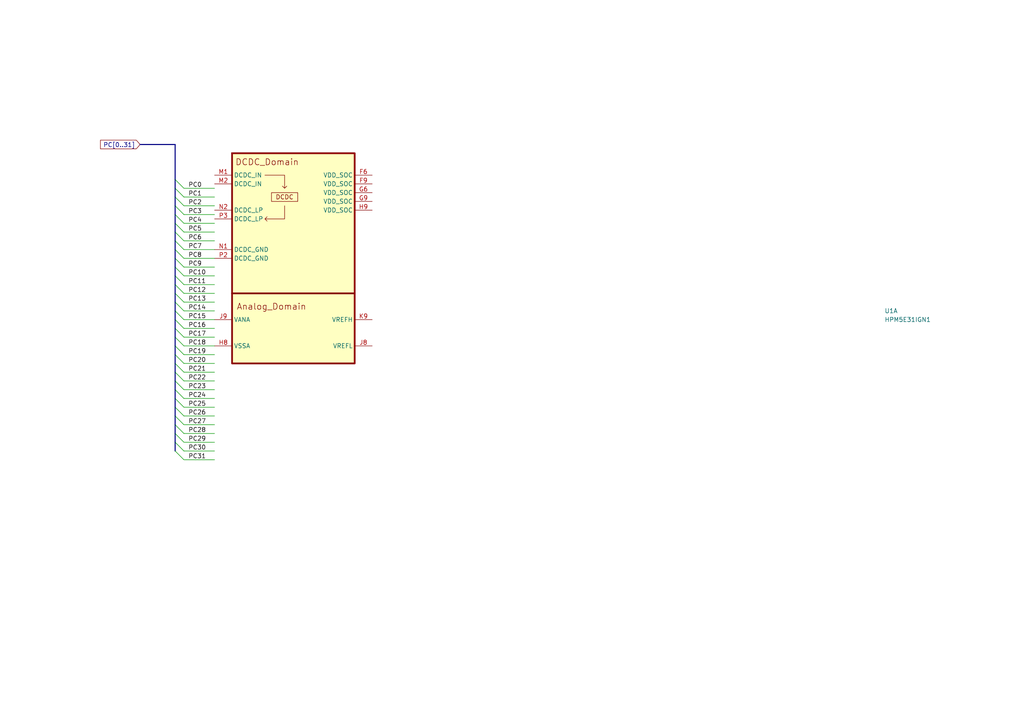
<source format=kicad_sch>
(kicad_sch (version 20250114) (generator "eeschema") (generator_version "9.0")
  (paper "A4")
  (lib_symbols
    (symbol "HPM5E00_Library:HPM5E31IGN1"
      (property "Reference" "U" (at 2.54 1.27 0))
      (property "Value" "HPM5E31IGN1" (at 12.7 1.27 0))
      (symbol "HPM5E31IGN1_1_1"
        (rectangle (start 0 0) (end 35.56 -60.96) (stroke (width 0.508)) (fill (type background)))
        (polyline (pts (xy 0 -40.64) (xy 35.56 -40.64)) (stroke (width 0.508)))
        (polyline (pts (xy 9.525 -6.35) (xy 15.24 -6.35) (xy 15.24 -10.16) (xy 14.605 -9.525) (xy 15.24 -10.16) (xy 15.875 -9.525)))
        (rectangle (start 11.43 -11.43) (end 19.05 -13.97))
        (polyline (pts (xy 15.24 -15.24) (xy 15.24 -19.05) (xy 9.525 -19.05) (xy 10.16 -18.415) (xy 9.525 -19.05) (xy 10.16 -19.685)))
        (text "DCDC_Domain" (at 10.16 -2.54 0) (effects (font (size 1.778 1.778))))
        (text "Analog_Domain" (at 11.43 -44.45 0) (effects (font (size 1.778 1.778))))
        (text "DCDC" (at 15.24 -12.7 0) (effects (font (size 1.27 1.27))))
        (pin power_in line (at -5.08 -6.35 0) (length 5.08) (name "DCDC_IN") (number "M1"))
        (pin power_in line (at -5.08 -8.89 0) (length 5.08) (name "DCDC_IN") (number "M2"))
        (pin power_in line (at -5.08 -16.51 0) (length 5.08) (name "DCDC_LP") (number "N2"))
        (pin power_in line (at -5.08 -19.05 0) (length 5.08) (name "DCDC_LP") (number "P3"))
        (pin power_in line (at -5.08 -27.94 0) (length 5.08) (name "DCDC_GND") (number "N1"))
        (pin power_in line (at -5.08 -30.48 0) (length 5.08) (name "DCDC_GND") (number "P2"))
        (pin power_in line (at -5.08 -48.26 0) (length 5.08) (name "VANA") (number "J9"))
        (pin power_in line (at -5.08 -55.88 0) (length 5.08) (name "VSSA") (number "H8"))
        (pin power_in line (at 40.64 -6.35 180) (length 5.08) (name "VDD_SOC") (number "F6"))
        (pin power_in line (at 40.64 -8.89 180) (length 5.08) (name "VDD_SOC") (number "F9"))
        (pin power_in line (at 40.64 -11.43 180) (length 5.08) (name "VDD_SOC") (number "G6"))
        (pin power_in line (at 40.64 -13.97 180) (length 5.08) (name "VDD_SOC") (number "G9"))
        (pin power_in line (at 40.64 -16.51 180) (length 5.08) (name "VDD_SOC") (number "H9"))
        (pin power_in line (at 40.64 -48.26 180) (length 5.08) (name "VREFH") (number "K9"))
        (pin power_in line (at 40.64 -55.88 180) (length 5.08) (name "VREFL") (number "J8"))
      )
      (symbol "HPM5E31IGN1_2_1"
        (rectangle (start 0 0) (end 35.56 -27.94) (stroke (width 0.508)) (fill (type background)))
        (pin power_in line (at -5.08 -5.08 0) (length 5.08) (name "VSS") (number "A1"))
        (pin power_in line (at -5.08 -7.62 0) (length 5.08) (name "VSS") (number "A14"))
        (pin power_in line (at -5.08 -10.16 0) (length 5.08) (name "VSS") (number "E5"))
        (pin power_in line (at -5.08 -12.7 0) (length 5.08) (name "VSS") (number "E10"))
        (pin power_in line (at -5.08 -15.24 0) (length 5.08) (name "VSS") (number "F7"))
        (pin power_in line (at -5.08 -17.78 0) (length 5.08) (name "VSS") (number "F8"))
        (pin power_in line (at -5.08 -20.32 0) (length 5.08) (name "VSS") (number "G7"))
        (pin power_in line (at -5.08 -22.86 0) (length 5.08) (name "VSS") (number "G8"))
        (pin power_in line (at 40.64 -5.08 180) (length 5.08) (name "VSS") (number "H7"))
        (pin power_in line (at 40.64 -7.62 180) (length 5.08) (name "VSS") (number "J7"))
        (pin power_in line (at 40.64 -10.16 180) (length 5.08) (name "VSS") (number "K5"))
        (pin power_in line (at 40.64 -12.7 180) (length 5.08) (name "VSS") (number "K10"))
        (pin power_in line (at 40.64 -15.24 180) (length 5.08) (name "VSS") (number "N3"))
        (pin power_in line (at 40.64 -17.78 180) (length 5.08) (name "VSS") (number "P1"))
        (pin power_in line (at 40.64 -20.32 180) (length 5.08) (name "VSS") (number "P14"))
      )
      (symbol "HPM5E31IGN1_3_1"
        (rectangle (start 0 0) (end 35.56 -45.72) (stroke (width 0.508)) (fill (type background)))
        (polyline (pts (xy 0 -25.4) (xy 35.56 -25.4)) (stroke (width 0.508)))
        (pin input line (at -5.08 -6.35 0) (length 5.08) (name "XTALI") (number "K14"))
        (pin input line (at -5.08 -16.51 0) (length 5.08) (name "XTALO") (number "K13"))
        (pin input line (at -5.08 -33.02 0) (length 5.08) (name "USB0_VBUS") (number "L12"))
        (pin input line (at 40.64 -6.35 180) (length 5.08) (name "RSTN") (number "M3"))
        (pin input line (at 40.64 -16.51 180) (length 5.08) (name "WKUP") (number "L3"))
        (pin input line (at 40.64 -33.02 180) (length 5.08) (name "USB0_DP") (number "L14"))
        (pin input line (at 40.64 -39.37 180) (length 5.08) (name "USB0_DN") (number "L13"))
      )
      (symbol "HPM5E31IGN1_4_1"
        (rectangle (start 0 0) (end 107.95 -96.52) (stroke (width 0.508)) (fill (type background)))
        (polyline (pts (xy 0 -17.78) (xy 107.95 -17.78)) (stroke (width 0.508)))
        (polyline (pts (xy 0 -46.99) (xy 107.95 -46.99)) (stroke (width 0.508) (type dash)))
        (text "PA00-PA09" (at 27.94 -15.24 0) (effects (font (size 2.54 2.54) (italic yes))))
        (text "PA16-PA31" (at 27.94 -49.53 0) (effects (font (size 2.54 2.54) (italic yes))))
        (pin input line (at -5.08 -3.81 0) (length 5.08) (name "VIO_B01") (number "E6"))
        (pin input line (at -5.08 -6.35 0) (length 5.08) (name "VIO_B01") (number "E7"))
        (pin input line (at -5.08 -8.89 0) (length 5.08) (name "VIO_B01") (number "E8"))
        (pin input line (at -5.08 -11.43 0) (length 5.08) (name "VIO_B01") (number "E9"))
        (pin input line (at -5.08 -13.97 0) (length 5.08) (name "VIO_B01") (number "K6"))
        (pin input line (at -5.08 -21.59 0) (length 5.08) (name "PA00/GPTMR1.COMP0/UART0.TXD/MCAN0.TXD/PWM0.P0/TRGM.P00/SYSCTL.CLK_OBS0") (number "G2"))
        (pin input line (at -5.08 -24.13 0) (length 5.08) (name "PA01/GPTMR1.CAPT0/UART0.RXD/MCAN0.RXD/PWM0.P1/TRGM.P01/SYSCTL.CLK_OBS2") (number "G3"))
        (pin input line (at -5.08 -26.67 0) (length 5.08) (name "PA02/GPTMR1.COMP1/UART0.DE/UART0.RTS/I2C2.SCL/MCAN0.STBY/PWM0.P2/TRGM.P02/SYSCTL.CLK_OBS1") (number "G4"))
        (pin input line (at -5.08 -29.21 0) (length 5.08) (name "PA03/GPTMR1.CAPT1/UART0.CTS/I2C2.SDA/MCAN1.STBY/PWM0.P3/TRGM.P03/SYSCTL.CLK_OBS3") (number "G5"))
        (pin input line (at -5.08 -31.75 0) (length 5.08) (name "PA04/UART1.CTS/SPI1.SCLK/MCAN1.RXD/PWM0.P4/TRGM.P04/JTAG.TDO") (number "F2"))
        (pin input line (at -5.08 -34.29 0) (length 5.08) (name "PA05/GPTMR1.COMP2/UART1.DE/UART1.RTS/SPI1.CS0/MCAN1.TXD/PWM0.P5/TRGM.P05/JTAG.TDI") (number "F3"))
        (pin input line (at -5.08 -36.83 0) (length 5.08) (name "PA06/GPTMR0.CAPT0/UART1.RXD/I2C3.SDA/SPI1.MISO/PWM0.P6/TRGM.P06/JTAG.TCK") (number "F4"))
        (pin input line (at -5.08 -39.37 0) (length 5.08) (name "PA07/GPTMR0.COMP0/UART1.TXD/I2C3.SCL/SPI1.MOSI/PWM0.P7/TRGM.P07/JTAG.TMS") (number "F5"))
        (pin input line (at -5.08 -41.91 0) (length 5.08) (name "PA08/GPTMR0.COMP1/UART2.TXD/I2C0.SCL/MCAN2.TXD/PWM1.P0/TRGM.P08/JTAG.TRST") (number "G1"))
        (pin input line (at -5.08 -44.45 0) (length 5.08) (name "PA09/GPTMR0.CAPT1/UART2.RXD/I2C0.SDA/MCAN2.RXD/ESC0.REFCK/PWM1.P1/TRGM.P09") (number "F1"))
        (pin input line (at -5.08 -53.34 0) (length 5.08) (name "PA16/GPTMR3.COMP0/UART4.TXD/ESC0.P0_RXDV/QEO1.A/SDM0.DAT3/EUI0.CK") (number "L1"))
        (pin input line (at -5.08 -55.88 0) (length 5.08) (name "PA17/GPTMR3.CAPT0/UART4.RXD/ESC0.P0_RXD0/QEO1.B/SDM0.CLK3/EUI0.SH") (number "L2"))
        (pin input line (at -5.08 -58.42 0) (length 5.08) (name "PA18/GPTMR3.COMP1/UART4.DE/UART4.RTS/ESC0.P0_RXD1/QEO1.Z/SDM0.DAT2/EUI0.DI") (number "K1"))
        (pin input line (at -5.08 -60.96 0) (length 5.08) (name "PA19/GPTMR3.CAPT1/UART4.CTS/SPI3.CS3/ESC0.P0_RXD2/SDM0.CLK2/EUI0.DO") (number "K2"))
        (pin input line (at -5.08 -63.5 0) (length 5.08) (name "PA20/UART5.CTS/SPI2.SCLK/ESC0.P0_RXD3/SDM0.DAT1") (number "J1"))
        (pin input line (at -5.08 -66.04 0) (length 5.08) (name "PA21/GPTMR3.COMP2/UART5.DE/UART5.RTS/SPI2.CS0/ESC0.P0_RXCK/QEO0.Z/SDM0.CLK1/OWR0.DAT") (number "J2"))
        (pin input line (at -5.08 -68.58 0) (length 5.08) (name "PA22/GPTMR2.CAPT0/UART5.RXD/SPI2.MISO/ETH0.TXER/QEO0.B/SDM0.DAT0/OWR1.DAT") (number "H1"))
        (pin input line (at -5.08 -71.12 0) (length 5.08) (name "PA23/GPTMR2.COMP0/UART5.TXD/SPI2.MOSI/ESC0.P0_RXER/ETH0.RXER/QEO0.A/SDM0.CLK0") (number "H2"))
        (pin input line (at -5.08 -73.66 0) (length 5.08) (name "PA24/GPTMR2.COMP1/UART6.TXD/SPI3.CS2/ESC0.P0_TXCK") (number "K3"))
        (pin input line (at -5.08 -76.2 0) (length 5.08) (name "PA25/GPTMR2.CAPT1/UART6.RXD/SPI3.CS1/ESC0.P0_TXD0/ESC0.CTR0") (number "K4"))
        (pin input line (at -5.08 -78.74 0) (length 5.08) (name "PA26/GPTMR2.COMP2/UART6.DE/UART6.RTS/SPI3.SCLK/ESC0.P0_TXD1/QEI1.H1/EWDG0.RST") (number "J3"))
        (pin input line (at -5.08 -81.28 0) (length 5.08) (name "PA27/UART6.CTS/SPI3.CS0/ESC0.P0_TXD2/QEI1.F") (number "J4"))
        (pin input line (at -5.08 -83.82 0) (length 5.08) (name "PA28/UART7.CTS/SPI3.MISO/ESC0.P0_TXD3/ESC0.CTR1/QEI1.H0") (number "J5"))
        (pin input line (at -5.08 -86.36 0) (length 5.08) (name "PA29/GPTMR3.COMP3/UART7.DE/UART7.RTS/SPI3.MOSI/ESC0.P0_TXEN/QEI1.Z") (number "H3"))
        (pin input line (at -5.08 -88.9 0) (length 5.08) (name "PA30/UART7.RXD/SPI3.DAT2/ESC0.MDIO/ETH0.MDIO/QEI1.A") (number "H4"))
        (pin input line (at -5.08 -91.44 0) (length 5.08) (name "PA31/GPTMR2.COMP3/UART7.TXD/SPI3.DAT3/ESC0.MDC/ETH0.MDC/QEI1.B") (number "H5"))
      )
      (symbol "HPM5E31IGN1_5_1"
        (rectangle (start 0 0) (end 95.25 -67.31) (stroke (width 0.508)) (fill (type background)))
        (polyline (pts (xy 0 -6.35) (xy 95.25 -6.35)) (stroke (width 0.508)))
        (polyline (pts (xy 0 -39.37) (xy 95.25 -39.37)) (stroke (width 0.508) (type dash)))
        (text "PB00-PB11" (at 26.67 -3.81 0) (effects (font (size 2.54 2.54) (italic yes))))
        (text "PB24-PB31" (at 26.67 -41.91 0) (effects (font (size 2.54 2.54) (italic yes))))
        (pin input line (at -5.08 -8.89 0) (length 5.08) (name "PB00/MCAN0.TXD/ESC0.P0_RXDV/PWM0.P0/TRGM.P00/ETH0.RXDV/QEO1.A") (number "E1"))
        (pin input line (at -5.08 -11.43 0) (length 5.08) (name "PB01/MCAN0.RXD/ESC0.P0_RXD0/PWM0.P1/TRGM.P01/ETH0.RXD0/QEO1.B") (number "E2"))
        (pin input line (at -5.08 -13.97 0) (length 5.08) (name "PB02/I2C2.SCL/MCAN0.STBY/ESC0.P0_RXD1/PWM0.P2/TRGM.P02/ETH0.RXD1/QEI0.H1/QEO1.Z") (number "D1"))
        (pin input line (at -5.08 -16.51 0) (length 5.08) (name "PB03/I2C2.SDA/MCAN1.STBY/ESC0.P0_RXD2/PWM0.P3/TRGM.P03/ETH0.RXD2/QEI0.F") (number "D2"))
        (pin input line (at -5.08 -19.05 0) (length 5.08) (name "PB04/MCAN1.RXD/ESC0.P0_RXD3/PWM0.P4/TRGM.P04/ETH0.RXD3/QEI0.H0") (number "C1"))
        (pin input line (at -5.08 -21.59 0) (length 5.08) (name "PB05/MCAN1.TXD/ESC0.P0_RXCK/PWM0.P5/TRGM.P05/ETH0.RXCK/QEI0.Z/QEO0.Z") (number "C2"))
        (pin input line (at -5.08 -24.13 0) (length 5.08) (name "PB06/I2C3.SDA/ESC0.P0_TXCK/PWM0.P6/TRGM.P06/ETH0.TXCK/QEI0.B/QEO0.B") (number "E3"))
        (pin input line (at -5.08 -26.67 0) (length 5.08) (name "PB07/I2C3.SCL/ESC0.P0_TXD0/PWM0.P7/TRGM.P07/ETH0.TXD0/QEI0.A/QEO0.A") (number "E4"))
        (pin input line (at -5.08 -29.21 0) (length 5.08) (name "PB08/I2C0.SCL/MCAN2.TXD/ESC0.P0_TXD1/PWM1.P0/TRGM.P08/ETH0.TXD1") (number "D3"))
        (pin input line (at -5.08 -31.75 0) (length 5.08) (name "PB09/I2C0.SDA/MCAN2.RXD/ESC0.P0_TXD2/PWM1.P1/TRGM.P09/ETH0.TXD2") (number "D4"))
        (pin input line (at -5.08 -34.29 0) (length 5.08) (name "PB10/MCAN2.STBY/ESC0.P0_TXD3/PWM1.P2/TRGM.P10/ETH0.TXD3") (number "C3"))
        (pin input line (at -5.08 -36.83 0) (length 5.08) (name "PB11/ESC0.P0_TXEN/PWM1.P3/TRGM.P11/ETH0.TXEN") (number "C4"))
        (pin input line (at -5.08 -45.72 0) (length 5.08) (name "PB24/ESC0.CTR4/XPI0.CA_CS1/SDM0.CLK3/ETH0.EVTI0/ESC0.EVTI0") (number "A2"))
        (pin input line (at -5.08 -48.26 0) (length 5.08) (name "PB25/ESC0.CTR5/XPI0.CA_DQS/SDM0.DAT3/ETH0.EVTO0/ESC0.EVTO0") (number "B1"))
        (pin input line (at -5.08 -50.8 0) (length 5.08) (name "PB26/ESC0.CTR6/XPI0.CA_D2/QEI1.H1/SDM0.CLK2/ETH0.EVTI1/EUI1.CK/ESC0.EVTI1") (number "A3"))
        (pin input line (at -5.08 -53.34 0) (length 5.08) (name "PB27/ESC0.CTR7/XPI0.CA_D0/QEI1.F/SDM0.DAT2/EUI1.SH") (number "B2"))
        (pin input line (at -5.08 -55.88 0) (length 5.08) (name "PB28/ESC0.CTR8/XPI0.CA_D1/QEI1.H0/SDM0.CLK1/EUI1.DI") (number "A4"))
        (pin input line (at -5.08 -58.42 0) (length 5.08) (name "PB29/XPI0.CA_SCLK/QEI1.Z/SDM0.DAT1/ETH0.EVTO1/EUI1.DO/ESC0.EVTO1") (number "B3"))
        (pin input line (at -5.08 -60.96 0) (length 5.08) (name "PB30/ESC0.CTR7/XPI0.CA_CS0/QEI1.A/SDM0.CLK0") (number "A5"))
        (pin input line (at -5.08 -63.5 0) (length 5.08) (name "PB31/ESC0.CTR8/XPI0.CA_D3/QEI1.B/SDM0.DAT0") (number "B4"))
      )
      (symbol "HPM5E31IGN1_6_1"
        (rectangle (start 0 0) (end 187.96 -93.98) (stroke (width 0.508)) (fill (type background)))
        (polyline (pts (xy 0 -6.35) (xy 187.96 -6.35)) (stroke (width 0.508)))
        (text "PC00-PC31" (at 22.86 -3.81 0) (effects (font (size 2.54 2.54) (italic yes))))
        (pin input line (at -5.08 -10.16 0) (length 5.08) (name "PC00/GPTMR1.COMP0/UART0.TXD/MCAN0.TXD/ESC0.GPI63/ESC0.GPO00/PPI0.DQ24/XPI0.CB_CS0/PWM0.P0/TRGM.P00/ESC0.GPI15/OWR0.DAT") (number "B5"))
        (pin input line (at -5.08 -12.7 0) (length 5.08) (name "PC01/GPTMR1.CAPT0/UART0.RXD/MCAN0.RXD/ESC0.GPI62/ESC0.GPO01/PPI0.DQ25/XPI0.CB_D1/PWM0.P1/TRGM.P01/ESC0.GPI14/OWR1.DAT") (number "A6"))
        (pin input line (at -5.08 -15.24 0) (length 5.08) (name "PC02/GPTMR1.COMP1/UART0.DE/UART0.RTS/I2C2.SCL/MCAN0.STBY/ESC0.GPI61/ESC0.GPO02/PPI0.DQ22/XPI0.CB_D2/PWM0.P2/TRGM.P02/ESC0.GPI13/QEI0.H1") (number "B6"))
        (pin input line (at -5.08 -17.78 0) (length 5.08) (name "PC03/GPTMR1.CAPT1/UART0.CTS/I2C2.SDA/SPI1.CS3/MCAN1.STBY/ESC0.GPI60/ESC0.GPO03/PPI0.DQ26/XPI0.CB_D3/PWM0.P3/TRGM.P03/ESC0.GPI12/QEI0.F") (number "A7"))
        (pin input line (at -5.08 -20.32 0) (length 5.08) (name "PC04/UART1.CTS/SPI0.SCLK/MCAN1.RXD/ESC0.GPI59/ESC0.GPO04/PPI0.DQ27/XPI0.CB_SCLK/PWM0.P4/TRGM.P04/ESC0.GPI11/QEI0.H0") (number "B7"))
        (pin input line (at -5.08 -22.86 0) (length 5.08) (name "PC05/GPTMR1.COMP2/UART1.DE/UART1.RTS/SPI0.CS0/MCAN1.TXD/ESC0.GPI58/ESC0.GPO05/PPI0.DQ28/XPI0.CA_CS0/PWM0.P5/TRGM.P05/ESC0.GPI10/QEI0.Z/QEO0.Z") (number "A8"))
        (pin input line (at -5.08 -25.4 0) (length 5.08) (name "PC06/GPTMR0.CAPT0/UART1.RXD/I2C3.SDA/SPI0.MISO/ESC0.GPI57/ESC0.GPO06/PPI0.DQ29/XPI0.CA_D1/PWM0.P6/TRGM.P06/ESC0.GPI09/QEI0.B/QEO0.B") (number "B8"))
        (pin input line (at -5.08 -27.94 0) (length 5.08) (name "PC07/GPTMR0.COMP0/UART1.TXD/I2C3.SCL/SPI0.MOSI/ESC0.GPI56/ESC0.GPO07/PPI0.DQ30/XPI0.CA_D3/PWM0.P7/TRGM.P07/ESC0.GPI08/QEI0.A/QEO0.A") (number "A9"))
        (pin input line (at -5.08 -30.48 0) (length 5.08) (name "PC08/GPTMR0.COMP1/UART2.TXD/I2C0.SCL/SPI1.CS2/MCAN2.TXD/ESC0.GPI55/ESC0.GPO08/PPI0.DQ31/XPI0.CA_SCLK/PWM1.P0/TRGM.P08/ESC0.GPI07") (number "B9"))
        (pin input line (at -5.08 -33.02 0) (length 5.08) (name "PC09/GPTMR0.CAPT1/UART2.RXD/I2C0.SDA/SPI1.CS1/MCAN2.RXD/ESC0.GPI54/ESC0.GPO09/PPI0.DQ23/XPI0.CB_CS1/PWM1.P1/TRGM.P09/ESC0.GPI06/QEI1.H1/ESC0.CTR0") (number "C5"))
        (pin input line (at -5.08 -35.56 0) (length 5.08) (name "PC10/GPTMR0.COMP2/UART2.DE/UART2.RTS/SPI1.SCLK/MCAN2.STBY/ESC0.GPI53/ESC0.GPO10/PPI0.DQ20/XPI0.CB_D0/PWM1.P2/TRGM.P10/ESC0.GPI05/QEI1.F/ESC0.CTR1") (number "D5"))
        (pin input line (at -5.08 -38.1 0) (length 5.08) (name "PC11/UART2.CTS/SPI1.CS0/ESC0.GPI52/ESC0.GPO11/PPI0.DQ21/XPI0.CB_DQS/PWM1.P3/TRGM.P11/ESC0.GPI04/QEI1.H0/ESC0.CTR2") (number "C6"))
        (pin input line (at -5.08 -40.64 0) (length 5.08) (name "PC12/UART3.CTS/I2C1.SDA/SPI1.MISO/ESC0.GPI51/ESC0.GPO12/PPI0.DM2/XPI0.CA_D2/PWM1.P4/TRGM.P12/ESC0.GPI03/QEI1.Z/QEO1.Z/ESC0.CTR3") (number "D6"))
        (pin input line (at -5.08 -43.18 0) (length 5.08) (name "PC13/GPTMR1.COMP3/UART3.DE/UART3.RTS/I2C1.SCL/SPI1.MOSI/MCAN3.STBY/ESC0.GPI50/ESC0.GPO13/PPI0.DQ18/XPI0.CA_CS1/PWM1.P5/TRGM.P13/ESC0.GPI02/QEI1.A/QEO1.A/ESC0.CTR4") (number "C7"))
        (pin input line (at -5.08 -45.72 0) (length 5.08) (name "PC14/UART3.RXD/SPI1.DAT2/MCAN3.RXD/ESC0.GPI49/ESC0.GPO14/PPI0.DQ19/PWM1.P6/TRGM.P14/ESC0.GPI01/QEI1.B/QEO1.B/ESC0.CTR5") (number "D7"))
        (pin input line (at -5.08 -48.26 0) (length 5.08) (name "PC15/GPTMR0.COMP3/UART3.TXD/SPI1.DAT3/MCAN3.TXD/ESC0.GPI48/ESC0.GPO15/PPI0.DM3/XPI0.CA_D0/PWM1.P7/TRGM.P15/ESC0.GPI00/ESC0.CTR6") (number "C8"))
        (pin input line (at -5.08 -50.8 0) (length 5.08) (name "PC16/GPTMR3.COMP0/UART4.TXD/ESC0.GPI47/ESC0.GPO16/PPI0.DQ16/XPI0.CA_DQS/ESC0.CTR7") (number "D8"))
        (pin input line (at -5.08 -53.34 0) (length 5.08) (name "PC17/GPTMR3.CAPT0/UART4.RXD/ESC0.GPI46/ESC0.GPO17/PPI0.DQ17/ESC0.CTR8") (number "C9"))
        (pin input line (at -5.08 -55.88 0) (length 5.08) (name "PC18/GPTMR3.COMP1/UART4.DE/UART4.RTS/ESC0.GPI45/ESC0.GPO18/PPI0.DQ04/ESC0.CTR0") (number "A10"))
        (pin input line (at -5.08 -58.42 0) (length 5.08) (name "PC19/GPTMR3.CAPT1/UART4.CTS/SPI2.CS3/ESC0.GPI44/ESC0.GPO19/PPI0.DQ05/ESC0.CTR1") (number "B10"))
        (pin input line (at -5.08 -60.96 0) (length 5.08) (name "PC20/UART5.CTS/SPI3.SCLK/ESC0.GPI43/ESC0.GPO20/PPI0.DQ06/ESC0.CTR2") (number "A11"))
        (pin input line (at -5.08 -63.5 0) (length 5.08) (name "PC21/GPTMR3.COMP2/UART5.DE/UART5.RTS/SPI3.CS0/ESC0.GPI42/ESC0.GPO21/PPI0.DQ07/ESC0.CTR3/QEO1.Z") (number "B11"))
        (pin input line (at -5.08 -66.04 0) (length 5.08) (name "PC22/GPTMR2.CAPT0/UART5.RXD/SPI3.MISO/ESC0.GPI41/ESC0.GPO22/PPI0.CTR2/QEO1.B") (number "A12"))
        (pin input line (at -5.08 -68.58 0) (length 5.08) (name "PC23/GPTMR2.COMP0/UART5.TXD/SPI3.MOSI/ESC0.GPI40/ESC0.GPO23/PPI0.DQ08/QEO1.A") (number "A13"))
        (pin input line (at -5.08 -71.12 0) (length 5.08) (name "PC24/GPTMR2.COMP1/UART6.TXD/SPI2.CS2/ESC0.GPI39/ESC0.GPO24/PPI0.DQ09") (number "B14"))
        (pin input line (at -5.08 -73.66 0) (length 5.08) (name "PC25/GPTMR2.CAPT1/UART6.RXD/SPI2.CS1/ESC0.GPI38/ESC0.GPO25/PPI0.DQ11") (number "C14"))
        (pin input line (at -5.08 -76.2 0) (length 5.08) (name "PC26/GPTMR2.COMP2/UART6.DE/UART6.RTS/SPI2.SCLK/ESC0.GPI37/ESC0.GPO26/PPI0.DQ12/QEI1.H1") (number "D14"))
        (pin input line (at -5.08 -78.74 0) (length 5.08) (name "PC27/UART6.CTS/SPI2.CS0/ESC0.GPI36/ESC0.GPO27/PPI0.CTR0/ESC0.CTR4/QEI1.F") (number "D13"))
        (pin input line (at -5.08 -81.28 0) (length 5.08) (name "PC28/UART7.CTS/SPI2.MISO/ESC0.GPI35/ESC0.GPO28/PPI0.DM0/ESC0.CTR5/QEI1.H0") (number "E14"))
        (pin input line (at -5.08 -83.82 0) (length 5.08) (name "PC29/GPTMR3.COMP3/UART7.DE/UART7.RTS/SPI2.MOSI/ESC0.GPI34/ESC0.GPO29/PPI0.CLK/ESC0.CTR6/QEI1.Z/SOC.REF0") (number "E13"))
        (pin input line (at -5.08 -86.36 0) (length 5.08) (name "PC30/UART7.RXD/SPI2.DAT2/ESC0.GPI33/ESC0.GPO30/PPI0.CS0/ESC0.CTR7/QEI1.A/SOC.REF1") (number "F14"))
        (pin input line (at -5.08 -88.9 0) (length 5.08) (name "PC31/GPTMR2.COMP3/UART7.TXD/SPI2.DAT3/ESC0.GPI32/ESC0.GPO31/PPI0.CS1/ESC0.CTR8/QEI1.B") (number "F13"))
      )
      (symbol "HPM5E31IGN1_7_1"
        (rectangle (start 0 0) (end 130.81 -92.71) (stroke (width 0.508)) (fill (type background)))
        (polyline (pts (xy 0 -5.08) (xy 130.81 -5.08)) (stroke (width 0.508)))
        (text "PD00-PD31" (at 22.86 -2.54 0) (effects (font (size 2.54 2.54) (italic yes))))
        (pin input line (at -5.08 -8.89 0) (length 5.08) (name "PD00/MCAN0.TXD/ESC0.GPI31/ESC0.GPO32/PPI0.DQ02/PWM0.P0/TRGM.P00/ESC0.REFCK/ESC0.CTR0") (number "D9"))
        (pin input line (at -5.08 -11.43 0) (length 5.08) (name "PD01/MCAN0.RXD/ESC0.GPI30/ESC0.GPO33/PPI0.DQ03/PWM0.P1/TRGM.P01/ESC0.REFCK/ESC0.CTR1") (number "C10"))
        (pin input line (at -5.08 -13.97 0) (length 5.08) (name "PD02/I2C2.SCL/MCAN0.STBY/ESC0.GPI29/ESC0.GPO34/PPI0.DQ00/PWM0.P2/TRGM.P02/ESC0.SCL/QEI0.H1/EWDG1.RST/ESC0.CTR2") (number "D10"))
        (pin input line (at -5.08 -16.51 0) (length 5.08) (name "PD03/I2C2.SDA/MCAN1.STBY/ESC0.GPI28/ESC0.GPO35/PPI0.DQ01/PWM0.P3/TRGM.P03/ESC0.SDA/QEI0.F/ESC0.CTR3") (number "C11"))
        (pin input line (at -5.08 -19.05 0) (length 5.08) (name "PD04/MCAN1.RXD/ESC0.GPI27/ESC0.GPO36/PPI0.DQ10/PWM0.P4/TRGM.P04/QEI0.H0/ESC0.CTR4") (number "D11"))
        (pin input line (at -5.08 -21.59 0) (length 5.08) (name "PD05/MCAN1.TXD/ESC0.GPI26/ESC0.GPO37/PPI0.DQ13/PWM0.P5/TRGM.P05/QEI0.Z/QEO0.Z/ESC0.CTR5") (number "B12"))
        (pin input line (at -5.08 -24.13 0) (length 5.08) (name "PD06/I2C3.SDA/ESC0.GPI25/ESC0.GPO38/PPI0.DQ14/PWM0.P6/TRGM.P06/QEI0.B/QEO0.B/ESC0.CTR6") (number "C12"))
        (pin input line (at -5.08 -26.67 0) (length 5.08) (name "PD07/I2C3.SCL/ESC0.GPI24/ESC0.GPO39/PPI0.CTR3/PWM0.P7/TRGM.P07/QEI0.A/QEO0.A/ESC0.CTR7") (number "B13"))
        (pin input line (at -5.08 -29.21 0) (length 5.08) (name "PD08/I2C0.SCL/MCAN2.TXD/ESC0.GPI23/ESC0.GPO40/PPI0.CS3/PWM1.P0/TRGM.P08/ESC0.SCL/ESC0.CTR8") (number "C13"))
        (pin input line (at -5.08 -31.75 0) (length 5.08) (name "PD09/I2C0.SDA/MCAN2.RXD/ESC0.GPI22/ESC0.GPO41/PWM1.P1/TRGM.P09/ESC0.SDA") (number "D12"))
        (pin input line (at -5.08 -34.29 0) (length 5.08) (name "PD10/MCAN2.STBY/ESC0.GPI21/ESC0.GPO42/PPI0.CTR1/PWM1.P2/TRGM.P10") (number "E12"))
        (pin input line (at -5.08 -36.83 0) (length 5.08) (name "PD11/ESC0.GPI20/ESC0.GPO43/PPI0.CS2/PWM1.P3/TRGM.P11") (number "E11"))
        (pin input line (at -5.08 -39.37 0) (length 5.08) (name "PD12/I2C1.SDA/ESC0.GPI19/ESC0.GPO44/PPI0.DQ15/PWM1.P4/TRGM.P12") (number "F12"))
        (pin input line (at -5.08 -41.91 0) (length 5.08) (name "PD13/I2C1.SCL/MCAN3.STBY/ESC0.GPI18/ESC0.GPO45/PPI0.DM1/PWM1.P5/TRGM.P13") (number "F11"))
        (pin input line (at -5.08 -44.45 0) (length 5.08) (name "PD14/MCAN3.RXD/ESC0.GPI17/ESC0.GPO46/PPI0.DQ08/PWM1.P6/TRGM.P14/ESC0.REFCK/SYSCTL.CLK_OBS3") (number "G14"))
        (pin input line (at -5.08 -46.99 0) (length 5.08) (name "PD15/MCAN3.TXD/ESC0.GPI16/ESC0.GPO47/PPI0.DM1/PWM1.P7/TRGM.P15/ESC0.REFCK/SYSCTL.CLK_OBS2") (number "G13"))
        (pin input line (at -5.08 -49.53 0) (length 5.08) (name "PD16/ESC0.GPI15/ESC0.GPO48/PPI0.DQ10/ESC0.GPO00/SYSCTL.CLK_OBS0/ESC0.P2_RXDV") (number "G12"))
        (pin input line (at -5.08 -52.07 0) (length 5.08) (name "PD17/ESC0.GPI14/ESC0.GPO49/PPI0.DQ09/ESC0.GPO01/SYSCTL.CLK_OBS1/ESC0.P2_RXD0") (number "H14"))
        (pin input line (at -5.08 -54.61 0) (length 5.08) (name "PD18/ESC0.GPI13/ESC0.GPO50/PPI0.DQ12/ESC0.GPO02/ESC0.P2_RXD1") (number "H13"))
        (pin input line (at -5.08 -57.15 0) (length 5.08) (name "PD19/ESC0.GPI12/ESC0.GPO51/PPI0.DQ11/ESC0.GPO03/ESC0.P2_RXD2") (number "H12"))
        (pin input line (at -5.08 -59.69 0) (length 5.08) (name "PD20/ESC0.GPI11/ESC0.GPO52/PPI0.DQ14/ESC0.GPO04/ESC0.P2_RXD3") (number "J14"))
        (pin input line (at -5.08 -62.23 0) (length 5.08) (name "PD21/ESC0.GPI10/ESC0.GPO53/PPI0.DQ13/ESC0.GPO05/QEO1.Z/ESC0.P2_RXCK") (number "J13"))
        (pin input line (at -5.08 -64.77 0) (length 5.08) (name "PD22/ESC0.GPI09/ESC0.GPO54/PPI0.DQ15/ESC0.GPO06/QEO1.B/ESC0.P2_RXER") (number "J12"))
        (pin input line (at -5.08 -67.31 0) (length 5.08) (name "PD23/ESC0.GPI08/ESC0.GPO55/PPI0.DM0/ESC0.GPO07/QEO1.A/ESC0.P2_TXCK") (number "F10"))
        (pin input line (at -5.08 -69.85 0) (length 5.08) (name "PD24/ESC0.GPI07/ESC0.GPO56/PPI0.DQ06/ESC0.GPO08/SDM0.DAT3/ESC0.P2_TXD0") (number "G11"))
        (pin input line (at -5.08 -72.39 0) (length 5.08) (name "PD25/ESC0.GPI06/ESC0.GPO57/PPI0.DQ07/ESC0.GPO09/SDM0.CLK3/OWR0.DAT/ESC0.P2_TXD1") (number "G10"))
        (pin input line (at -5.08 -74.93 0) (length 5.08) (name "PD26/ESC0.GPI05/ESC0.GPO58/PPI0.DQ05/ESC0.GPO10/QEI1.H1/SDM0.CLK2/OWR1.DAT/ESC0.P2_TXD2") (number "H11"))
        (pin input line (at -5.08 -77.47 0) (length 5.08) (name "PD27/ESC0.GPI04/ESC0.GPO59/PPI0.DQ04/ESC0.GPO11/QEI1.F/SDM0.DAT2/ESC0.P2_TXD3") (number "H10"))
        (pin input line (at -5.08 -80.01 0) (length 5.08) (name "PD28/ESC0.GPI03/ESC0.GPO60/PPI0.DQ03/ESC0.GPO12/QEI1.H0/SDM0.CLK1/ESC0.P2_TXEN") (number "J11"))
        (pin input line (at -5.08 -82.55 0) (length 5.08) (name "PD29/ESC0.GPI02/ESC0.GPO61/PPI0.DQ02/ESC0.GPO13/QEI1.Z/SDM0.DAT1/ESC0.REFCK") (number "J10"))
        (pin input line (at -5.08 -85.09 0) (length 5.08) (name "PD30/ESC0.GPI01/ESC0.GPO62/PPI0.DQ01/ESC0.GPO14/QEI1.A/SDM0.CLK0/ESC0.MDIO") (number "K12"))
        (pin input line (at -5.08 -87.63 0) (length 5.08) (name "PD31/ESC0.GPI00/ESC0.GPO63/PPI0.DQ00/ESC0.GPO15/QEI1.B/SDM0.DAT0/ESC0.MDC") (number "K11"))
      )
      (symbol "HPM5E31IGN1_8_1"
        (rectangle (start 0 0) (end 133.35 -25.4) (stroke (width 0.508)) (fill (type background)))
        (polyline (pts (xy 0 -5.08) (xy 133.35 -5.08)) (stroke (width 0.508)))
        (text "PE00-PE05" (at 22.86 -2.54 0) (effects (font (size 2.54 2.54) (italic yes))))
        (pin input line (at -5.08 -8.89 0) (length 5.08) (name "PE00/GPTMR1.COMP0/UART0.TXD/MCAN0.TXD/ESC0.CTR4/PPI0.CTR4/PWM0.P0/TRGM.P00/QEO1.A/USB0.ID/ETH0.EVTO1/ESC0.EVTO1") (number "M14"))
        (pin input line (at -5.08 -11.43 0) (length 5.08) (name "PE01/GPTMR1.CAPT0/UART0.RXD/MCAN0.RXD/ESC0.CTR5/PPI0.CTR5/PWM0.P1/TRGM.P01/QEO1.B/USB0.PWR") (number "M13"))
        (pin input line (at -5.08 -13.97 0) (length 5.08) (name "PE02/GPTMR1.COMP1/UART0.DE/UART0.RTS/I2C2.SCL/MCAN0.STBY/ESC0.CTR6/PPI0.CTR6/PWM0.P2/TRGM.P02/QEO1.Z") (number "M12"))
        (pin input line (at -5.08 -16.51 0) (length 5.08) (name "PE03/GPTMR1.CAPT1/UART0.CTS/I2C2.SDA/MCAN1.STBY/ESC0.CTR1/PPI0.CTR7/PWM0.P3/TRGM.P03/USB0.OC") (number "N14"))
        (pin input line (at -5.08 -19.05 0) (length 5.08) (name "PE04/UART1.CTS/MCAN1.RXD/ESC0.CTR2/PWM0.P4/TRGM.P04/ETH0.COL/ETH0.EVTI1/ESC0.EVTI1") (number "N13"))
        (pin input line (at -5.08 -21.59 0) (length 5.08) (name "PE05/GPTMR1.COMP2/UART1.DE/UART1.RTS/MCAN1.TXD/ESC0.CTR3/PWM0.P5/TRGM.P05/ETH0.CRS") (number "P13"))
      )
      (symbol "HPM5E31IGN1_9_1"
        (rectangle (start 0 0) (end 111.76 -91.44) (stroke (width 0.508)) (fill (type background)))
        (polyline (pts (xy 0 -5.08) (xy 111.76 -5.08)) (stroke (width 0.508)))
        (text "PF00-PF31" (at 22.86 -2.54 0) (effects (font (size 2.54 2.54) (italic yes))))
        (pin input line (at -5.08 -8.89 0) (length 5.08) (name "PF00/MCAN0.TXD/ESC0.MDC/PWM0.P0/TRGM.P00/ETH0.MDC/QEO1.A") (number "N10"))
        (pin input line (at -5.08 -11.43 0) (length 5.08) (name "PF01/MCAN0.RXD/ESC0.MDIO/PWM0.P1/TRGM.P01/ETH0.MDIO/QEO1.B") (number "L10"))
        (pin input line (at -5.08 -13.97 0) (length 5.08) (name "PF02/I2C2.SCL/MCAN0.STBY/ESC0.P1_TXCK/PWM0.P2/TRGM.P02/ETH0.TXCK/QEI0.H1/QEO1.Z/EUI0.CK") (number "P11"))
        (pin input line (at -5.08 -16.51 0) (length 5.08) (name "PF03/I2C2.SDA/MCAN1.STBY/ESC0.P1_TXD0/PWM0.P3/TRGM.P03/ETH0.TXD0/QEI0.F/EUI0.SH") (number "M9"))
        (pin input line (at -5.08 -19.05 0) (length 5.08) (name "PF04/MCAN1.RXD/ESC0.P1_TXD1/PWM0.P4/TRGM.P04/ETH0.TXD1/QEI0.H0/EUI0.DI") (number "M8"))
        (pin input line (at -5.08 -21.59 0) (length 5.08) (name "PF05/MCAN1.TXD/ESC0.P1_TXD2/PWM0.P5/TRGM.P05/ETH0.TXD2/QEI0.Z/QEO0.Z/EUI0.DO") (number "L8"))
        (pin input line (at -5.08 -24.13 0) (length 5.08) (name "PF06/I2C3.SDA/ESC0.P1_TXD3/PWM0.P6/TRGM.P06/ETH0.TXD3/QEI0.B/QEO0.B") (number "P12"))
        (pin input line (at -5.08 -26.67 0) (length 5.08) (name "PF07/I2C3.SCL/ESC0.P1_TXEN/PWM0.P7/TRGM.P07/ETH0.TXEN/QEI0.A/QEO0.A") (number "M11"))
        (pin input line (at -5.08 -29.21 0) (length 5.08) (name "PF08/I2C0.SCL/MCAN2.TXD/ESC0.P1_RXDV/PWM1.P0/TRGM.P08/ETH0.RXDV/EUI1.CK") (number "L11"))
        (pin input line (at -5.08 -31.75 0) (length 5.08) (name "PF09/I2C0.SDA/MCAN2.RXD/ESC0.P1_RXD0/PWM1.P1/TRGM.P09/ETH0.RXD0/EUI1.SH") (number "M10"))
        (pin input line (at -5.08 -34.29 0) (length 5.08) (name "PF10/MCAN2.STBY/ESC0.P1_RXD1/PWM1.P2/TRGM.P10/ETH0.RXD1/EUI1.DI") (number "P10"))
        (pin input line (at -5.08 -36.83 0) (length 5.08) (name "PF11/ESC0.P1_RXD2/PWM1.P3/TRGM.P11/ETH0.RXD2/EUI1.DO") (number "L9"))
        (pin input line (at -5.08 -39.37 0) (length 5.08) (name "PF12/I2C1.SDA/ESC0.P1_RXD3/PWM1.P4/TRGM.P12/ETH0.RXD3/OWR0.DAT") (number "N11"))
        (pin input line (at -5.08 -41.91 0) (length 5.08) (name "PF13/I2C1.SCL/MCAN3.STBY/ESC0.P1_RXCK/PWM1.P5/TRGM.P13/ETH0.RXCK/OWR1.DAT") (number "N12"))
        (pin input line (at -5.08 -44.45 0) (length 5.08) (name "PF14/MCAN3.RXD/ESC0.P1_RXER/PWM1.P6/TRGM.P14/ETH0.RXER") (number "N9"))
        (pin input line (at -5.08 -46.99 0) (length 5.08) (name "PF15/MCAN3.TXD/PWM1.P7/TRGM.P15/ETH0.TXER") (number "P9"))
        (pin input line (at -5.08 -49.53 0) (length 5.08) (name "PF16/SDM0.DAT0/ADC0.IN08/ADC1.IN08/ACMP0_CH0.INN7") (number "N7"))
        (pin input line (at -5.08 -52.07 0) (length 5.08) (name "PF17/SDM0.CLK0/ADC0.IN12/ADC1.IN12/ACMP0_CH1.INN7") (number "P7"))
        (pin input line (at -5.08 -54.61 0) (length 5.08) (name "PF18/SDM0.DAT1/USB0.PWR/ETH0.EVTO0/ESC0.EVTO0/ADC0.IN11/ADC1.IN11/ACMP0_CH1.INP7") (number "P8"))
        (pin input line (at -5.08 -57.15 0) (length 5.08) (name "PF19/SDM0.CLK1/USB0.PWR/ADC0.IN13/ADC1.IN13/ACMP0_CH0.INP7") (number "M5"))
        (pin input line (at -5.08 -59.69 0) (length 5.08) (name "PF20/SDM0.DAT3/USB0.OC/ETH0.EVTO1/ESC0.EVTO1/ADC0.IN03/ADC1.IN03/ACMP0_CH0.INP4/ACMP0_CH1.INP4") (number "N6"))
        (pin input line (at -5.08 -62.23 0) (length 5.08) (name "PF21/SDM0.DAT2/USB0.ID/ETH0.EVTI0/ESC0.EVTI0/ADC0.IN02/ADC1.IN02/ACMP0_CH0.INN4/ACMP0_CH1.INN4") (number "L6"))
        (pin input line (at -5.08 -64.77 0) (length 5.08) (name "PF22/SDM0.CLK2/USB0.ID/ETH0.EVTI1/ESC0.EVTI1/ADC0.IN14/ADC1.IN14/ACMP0_CH0.INN5/ACMP0_CH1.INN5") (number "N8"))
        (pin input line (at -5.08 -67.31 0) (length 5.08) (name "PF23/SDM0.CLK3/USB0.OC/ADC0.IN15/ADC1.IN15/ACMP0_CH0.INN3/ACMP0_CH1.INN3") (number "L5"))
        (pin input line (at -5.08 -69.85 0) (length 5.08) (name "PF24/SDM0.DAT0/ADC0.IN10/ADC1.IN10/ACMP0_CH0.INP5/ACMP0_CH1.INP5") (number "M6"))
        (pin input line (at -5.08 -72.39 0) (length 5.08) (name "PF25/SDM0.CLK0/ADC0.IN09/ADC1.IN09/ACMP0_CH0.INP3/ACMP0_CH1.INP3") (number "L7"))
        (pin input line (at -5.08 -74.93 0) (length 5.08) (name "PF26/SDM0.DAT1/ADC0.IN01/ADC1.IN01/ACMP0_CH0.INN6/ACMP0_CH1.INN6") (number "P6"))
        (pin input line (at -5.08 -77.47 0) (length 5.08) (name "PF27/SDM0.CLK1/ADC0.IN00/ADC1.IN00/ACMP0_CH0.INP6/ACMP0_CH1.INP6") (number "M7"))
        (pin input line (at -5.08 -80.01 0) (length 5.08) (name "PF28/SDM0.DAT3/ADC0.IN05/ADC1.IN05/ACMP0_CH0.INN2/ACMP0_CH1.INN2") (number "P5"))
        (pin input line (at -5.08 -82.55 0) (length 5.08) (name "PF29/SDM0.DAT2/ADC0.IN04/ADC1.IN04/ACMP0_CH0.INP2/ACMP0_CH1.INP2") (number "M4"))
        (pin input line (at -5.08 -85.09 0) (length 5.08) (name "PF30/SDM0.CLK2/ADC0.IN06/ADC1.IN06/ACMP0_CH0.INN1/ACMP0_CH1.INN1") (number "L4"))
        (pin input line (at -5.08 -87.63 0) (length 5.08) (name "PF31/SDM0.CLK3/ADC0.IN07/ADC1.IN07/ACMP0_CH0.INP1/ACMP0_CH1.INP1") (number "N5"))
      )
      (symbol "HPM5E31IGN1_10_1"
        (rectangle (start 0 0) (end 35.56 -19.05) (stroke (width 0.508)) (fill (type background)))
        (pin input line (at -5.08 -5.08 0) (length 5.08) (name "VPMC") (number "N4"))
        (pin input line (at -5.08 -8.89 0) (length 5.08) (name "VPMC") (number "P4"))
        (pin input line (at 40.64 -3.81 180) (length 5.08) (name "VDD_PMCCAP") (number "K7"))
        (pin input line (at 40.64 -7.62 180) (length 5.08) (name "VDD_OTPCAP") (number "K8"))
        (pin input line (at 40.64 -11.43 180) (length 5.08) (name "VDD_PHY0CAP") (number "J6"))
        (pin input line (at 40.64 -15.24 180) (length 5.08) (name "VDD_PHY1CAP") (number "H6"))
      )
    )
  )
  (bus_entry (at 50.8 95.25) (size 2.54 2.54))
  (bus_entry (at 50.8 97.79) (size 2.54 2.54))
  (bus_entry (at 50.8 130.81) (size 2.54 2.54))
  (bus_entry (at 50.8 107.95) (size 2.54 2.54))
  (bus_entry (at 50.8 125.73) (size 2.54 2.54))
  (bus_entry (at 50.8 118.11) (size 2.54 2.54))
  (bus_entry (at 50.8 92.71) (size 2.54 2.54))
  (bus_entry (at 50.8 123.19) (size 2.54 2.54))
  (bus_entry (at 50.8 110.49) (size 2.54 2.54))
  (bus_entry (at 50.8 128.27) (size 2.54 2.54))
  (bus_entry (at 50.8 67.31) (size 2.54 2.54))
  (bus_entry (at 50.8 54.61) (size 2.54 2.54))
  (bus_entry (at 50.8 74.93) (size 2.54 2.54))
  (bus_entry (at 50.8 59.69) (size 2.54 2.54))
  (bus_entry (at 50.8 105.41) (size 2.54 2.54))
  (bus_entry (at 50.8 64.77) (size 2.54 2.54))
  (bus_entry (at 50.8 90.17) (size 2.54 2.54))
  (bus_entry (at 50.8 85.09) (size 2.54 2.54))
  (bus_entry (at 50.8 82.55) (size 2.54 2.54))
  (bus_entry (at 50.8 100.33) (size 2.54 2.54))
  (bus_entry (at 50.8 102.87) (size 2.54 2.54))
  (bus_entry (at 50.8 113.03) (size 2.54 2.54))
  (bus_entry (at 50.8 77.47) (size 2.54 2.54))
  (bus_entry (at 50.8 52.07) (size 2.54 2.54))
  (bus_entry (at 50.8 87.63) (size 2.54 2.54))
  (bus_entry (at 50.8 120.65) (size 2.54 2.54))
  (bus_entry (at 50.8 69.85) (size 2.54 2.54))
  (bus_entry (at 50.8 72.39) (size 2.54 2.54))
  (bus_entry (at 50.8 62.23) (size 2.54 2.54))
  (bus_entry (at 50.8 57.15) (size 2.54 2.54))
  (bus_entry (at 50.8 80.01) (size 2.54 2.54))
  (bus_entry (at 50.8 115.57) (size 2.54 2.54))
  (bus (pts (xy 50.8 41.91) (xy 50.8 52.07)))
  (wire (pts (xy 53.34 100.33) (xy 62.23 100.33)))
  (bus (pts (xy 50.8 52.07) (xy 50.8 54.61)))
  (wire (pts (xy 53.34 123.19) (xy 62.23 123.19)))
  (bus (pts (xy 50.8 125.73) (xy 50.8 128.27)))
  (bus (pts (xy 50.8 87.63) (xy 50.8 90.17)))
  (bus (pts (xy 50.8 59.69) (xy 50.8 62.23)))
  (wire (pts (xy 53.34 90.17) (xy 62.23 90.17)))
  (wire (pts (xy 53.34 67.31) (xy 62.23 67.31)))
  (wire (pts (xy 53.34 72.39) (xy 62.23 72.39)))
  (bus (pts (xy 50.8 128.27) (xy 50.8 130.81)))
  (bus (pts (xy 50.8 82.55) (xy 50.8 85.09)))
  (wire (pts (xy 53.34 128.27) (xy 62.23 128.27)))
  (bus (pts (xy 50.8 74.93) (xy 50.8 77.47)))
  (bus (pts (xy 50.8 118.11) (xy 50.8 120.65)))
  (wire (pts (xy 53.34 107.95) (xy 62.23 107.95)))
  (wire (pts (xy 53.34 77.47) (xy 62.23 77.47)))
  (bus (pts (xy 50.8 85.09) (xy 50.8 87.63)))
  (bus (pts (xy 50.8 100.33) (xy 50.8 102.87)))
  (wire (pts (xy 53.34 118.11) (xy 62.23 118.11)))
  (wire (pts (xy 53.34 130.81) (xy 62.23 130.81)))
  (bus (pts (xy 50.8 57.15) (xy 50.8 59.69)))
  (wire (pts (xy 53.34 125.73) (xy 62.23 125.73)))
  (wire (pts (xy 53.34 64.77) (xy 62.23 64.77)))
  (wire (pts (xy 53.34 102.87) (xy 62.23 102.87)))
  (bus (pts (xy 50.8 123.19) (xy 50.8 125.73)))
  (bus (pts (xy 40.64 41.91) (xy 50.8 41.91)))
  (wire (pts (xy 53.34 95.25) (xy 62.23 95.25)))
  (wire (pts (xy 53.34 74.93) (xy 62.23 74.93)))
  (bus (pts (xy 50.8 95.25) (xy 50.8 97.79)))
  (bus (pts (xy 50.8 80.01) (xy 50.8 82.55)))
  (bus (pts (xy 50.8 110.49) (xy 50.8 113.03)))
  (bus (pts (xy 50.8 105.41) (xy 50.8 107.95)))
  (wire (pts (xy 53.34 115.57) (xy 62.23 115.57)))
  (wire (pts (xy 53.34 110.49) (xy 62.23 110.49)))
  (bus (pts (xy 50.8 77.47) (xy 50.8 80.01)))
  (wire (pts (xy 53.34 54.61) (xy 62.23 54.61)))
  (wire (pts (xy 53.34 87.63) (xy 62.23 87.63)))
  (bus (pts (xy 50.8 69.85) (xy 50.8 72.39)))
  (bus (pts (xy 50.8 54.61) (xy 50.8 57.15)))
  (wire (pts (xy 53.34 80.01) (xy 62.23 80.01)))
  (bus (pts (xy 50.8 120.65) (xy 50.8 123.19)))
  (bus (pts (xy 50.8 92.71) (xy 50.8 95.25)))
  (bus (pts (xy 50.8 67.31) (xy 50.8 69.85)))
  (wire (pts (xy 53.34 82.55) (xy 62.23 82.55)))
  (wire (pts (xy 53.34 113.03) (xy 62.23 113.03)))
  (wire (pts (xy 53.34 69.85) (xy 62.23 69.85)))
  (wire (pts (xy 53.34 92.71) (xy 62.23 92.71)))
  (wire (pts (xy 53.34 120.65) (xy 62.23 120.65)))
  (bus (pts (xy 50.8 115.57) (xy 50.8 118.11)))
  (bus (pts (xy 50.8 90.17) (xy 50.8 92.71)))
  (bus (pts (xy 50.8 107.95) (xy 50.8 110.49)))
  (bus (pts (xy 50.8 72.39) (xy 50.8 74.93)))
  (bus (pts (xy 50.8 62.23) (xy 50.8 64.77)))
  (bus (pts (xy 50.8 113.03) (xy 50.8 115.57)))
  (bus (pts (xy 50.8 102.87) (xy 50.8 105.41)))
  (bus (pts (xy 50.8 64.77) (xy 50.8 67.31)))
  (wire (pts (xy 53.34 57.15) (xy 62.23 57.15)))
  (wire (pts (xy 53.34 59.69) (xy 62.23 59.69)))
  (wire (pts (xy 53.34 133.35) (xy 62.23 133.35)))
  (wire (pts (xy 53.34 105.41) (xy 62.23 105.41)))
  (wire (pts (xy 53.34 62.23) (xy 62.23 62.23)))
  (wire (pts (xy 53.34 97.79) (xy 62.23 97.79)))
  (bus (pts (xy 50.8 97.79) (xy 50.8 100.33)))
  (wire (pts (xy 53.34 85.09) (xy 62.23 85.09)))
  (label "PC9" (at 54.61 77.47 0))
  (label "PC3" (at 54.61 62.23 0))
  (label "PC25" (at 54.61 118.11 0))
  (label "PC21" (at 54.61 107.95 0))
  (label "PC26" (at 54.61 120.65 0))
  (label "PC1" (at 54.61 57.15 0))
  (label "PC11" (at 54.61 82.55 0))
  (label "PC28" (at 54.61 125.73 0))
  (label "PC24" (at 54.61 115.57 0))
  (label "PC19" (at 54.61 102.87 0))
  (label "PC22" (at 54.61 110.49 0))
  (label "PC30" (at 54.61 130.81 0))
  (label "PC27" (at 54.61 123.19 0))
  (label "PC20" (at 54.61 105.41 0))
  (label "PC4" (at 54.61 64.77 0))
  (label "PC16" (at 54.61 95.25 0))
  (label "PC15" (at 54.61 92.71 0))
  (label "PC12" (at 54.61 85.09 0))
  (label "PC6" (at 54.61 69.85 0))
  (label "PC31" (at 54.61 133.35 0))
  (label "PC18" (at 54.61 100.33 0))
  (label "PC14" (at 54.61 90.17 0))
  (label "PC0" (at 54.61 54.61 0))
  (label "PC7" (at 54.61 72.39 0))
  (label "PC17" (at 54.61 97.79 0))
  (label "PC5" (at 54.61 67.31 0))
  (label "PC13" (at 54.61 87.63 0))
  (label "PC2" (at 54.61 59.69 0))
  (label "PC29" (at 54.61 128.27 0))
  (label "PC23" (at 54.61 113.03 0))
  (label "PC10" (at 54.61 80.01 0))
  (label "PC8" (at 54.61 74.93 0))
  (global_label "PC[0..31]" (shape input) (at 40.64 41.91 180) (property "Intersheetrefs" "${INTERSHEET_REFS}" (effects (hide yes))))
  (symbol (lib_id "HPM5E00_Library:HPM5E31IGN1") (at 67.31 44.45 0) (unit 1)
    (property "Reference" "U1" (at 256.54 90.1699 0) (effects (justify left)))
    (property "Value" "HPM5E31IGN1" (at 256.54 92.7099 0) (effects (justify left)))
    (property "Footprint" "HPM_footprints:BGA-196_14x14_12.0x12.0mm_P0.8mm" (effects (hide yes)))
    (property "Datasheet" "https://www.hpmicro.com/Public/Uploads/uploadfile/files/20250505/HPM5E00DSV01.pdf" (effects (hide yes)))
    (property "Description" "BGA196" (effects (hide yes)))
  )
)
</source>
